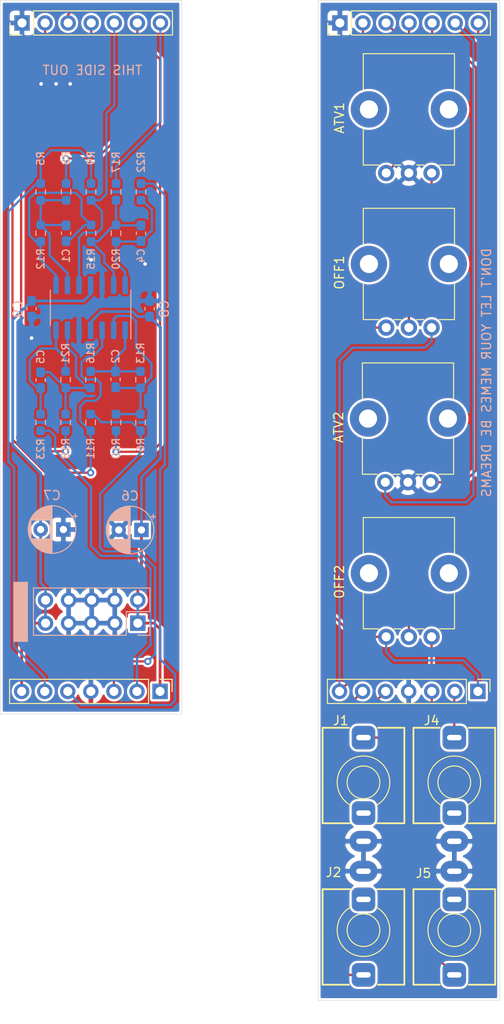
<source format=kicad_pcb>
(kicad_pcb (version 20171130) (host pcbnew "(5.1.10)-1")
  (layers (0 F.Cu signal) (31 B.Cu signal) (34 B.Paste user) (35 F.Paste user) (36 B.SilkS user) (37 F.SilkS user) (38 B.Mask user) (39 F.Mask user) (44 Edge.Cuts user))
  (net 0 "")
  (net 1 "Net-(C1-Pad2)")
  (net 2 "Net-(C1-Pad1)")
  (net 3 "Net-(C2-Pad2)")
  (net 4 "Net-(C2-Pad1)")
  (net 5 "Net-(C4-Pad2)")
  (net 6 "Net-(C4-Pad1)")
  (net 7 "Net-(C5-Pad2)")
  (net 8 "Net-(C5-Pad1)")
  (net 9 "Net-(J1-PadTN)")
  (net 10 "Net-(J2-PadTN)")
  (net 11 "Net-(J4-PadTN)")
  (net 12 "Net-(J5-PadTN)")
  (net 13 ATV1_3_P)
  (net 14 GND_P)
  (net 15 ATV1_1_P)
  (net 16 ATV2_3_P)
  (net 17 ATV2_1_P)
  (net 18 12V_B)
  (net 19 GND_B)
  (net 20 -12V_B)
  (net 21 IN1_T_P)
  (net 22 IN2_T_P)
  (net 23 OFF2_2_B)
  (net 24 ATV2_3_B)
  (net 25 ATV2_1_B)
  (net 26 OFF1_2_B)
  (net 27 ATV1_3_B)
  (net 28 ATV1_1_B)
  (net 29 OUT1_T_P)
  (net 30 OUT2_T_P)
  (net 31 OUT2_T_B)
  (net 32 IN2_T_B)
  (net 33 OUT1_T_B)
  (net 34 IN1_T_B)
  (net 35 OFF1_2_P)
  (net 36 OFF2_2_P)
  (net 37 -12V_P)
  (net 38 12V_P)
  (module Potentiometer_THT:Potentiometer_Alps_RK09K_Single_Vertical (layer F.Cu) (at 77.5 100 90)
    (fp_text reference OFF2 (at 6.05 -10.15 90) (layer F.SilkS))
    (fp_text value 100k)
    (pad "" np_thru_hole circle (at 7 1.9 90) (size 4 4) (drill 2) (layers *.Cu *.Mask))
    (pad "" np_thru_hole circle (at 7 -6.9 90) (size 4 4) (drill 2) (layers *.Cu *.Mask))
    (pad 1 thru_hole circle (at 0 0 90) (size 1.8 1.8) (drill 1) (layers *.Cu *.Mask) (net 37 -12V_P))
    (pad 2 thru_hole circle (at 0 -2.5 90) (size 1.8 1.8) (drill 1) (layers *.Cu *.Mask) (net 36 OFF2_2_P))
    (pad 3 thru_hole circle (at 0 -5 90) (size 1.8 1.8) (drill 1) (layers *.Cu *.Mask) (net 38 12V_P))
  )
  (module Potentiometer_THT:Potentiometer_Alps_RK09K_Single_Vertical (layer F.Cu) (at 77.5 66 90)
    (fp_text reference OFF1 (at 6.05 -10.15 90) (layer F.SilkS))
    (fp_text value 100k)
    (pad "" np_thru_hole circle (at 7 1.9 90) (size 4 4) (drill 2) (layers *.Cu *.Mask))
    (pad "" np_thru_hole circle (at 7 -6.9 90) (size 4 4) (drill 2) (layers *.Cu *.Mask))
    (pad 1 thru_hole circle (at 0 0 90) (size 1.8 1.8) (drill 1) (layers *.Cu *.Mask) (net 37 -12V_P))
    (pad 2 thru_hole circle (at 0 -2.5 90) (size 1.8 1.8) (drill 1) (layers *.Cu *.Mask) (net 35 OFF1_2_P))
    (pad 3 thru_hole circle (at 0 -5 90) (size 1.8 1.8) (drill 1) (layers *.Cu *.Mask) (net 38 12V_P))
  )
  (module Potentiometer_THT:Potentiometer_Alps_RK09K_Single_Vertical (layer F.Cu) (at 77.4 83 90)
    (fp_text reference ATV2 (at 6.05 -10.15 90) (layer F.SilkS))
    (fp_text value 100k)
    (pad "" np_thru_hole circle (at 7 1.9 90) (size 4 4) (drill 2) (layers *.Cu *.Mask))
    (pad "" np_thru_hole circle (at 7 -6.9 90) (size 4 4) (drill 2) (layers *.Cu *.Mask))
    (pad 1 thru_hole circle (at 0 0 90) (size 1.8 1.8) (drill 1) (layers *.Cu *.Mask) (net 17 ATV2_1_P))
    (pad 2 thru_hole circle (at 0 -2.5 90) (size 1.8 1.8) (drill 1) (layers *.Cu *.Mask) (net 14 GND_P))
    (pad 3 thru_hole circle (at 0 -5 90) (size 1.8 1.8) (drill 1) (layers *.Cu *.Mask) (net 16 ATV2_3_P))
  )
  (module Potentiometer_THT:Potentiometer_Alps_RK09K_Single_Vertical (layer F.Cu) (at 77.5 49 90)
    (fp_text reference ATV1 (at 6.05 -10.15 90) (layer F.SilkS))
    (fp_text value 100k)
    (pad "" np_thru_hole circle (at 7 1.9 90) (size 4 4) (drill 2) (layers *.Cu *.Mask))
    (pad "" np_thru_hole circle (at 7 -6.9 90) (size 4 4) (drill 2) (layers *.Cu *.Mask))
    (pad 1 thru_hole circle (at 0 0 90) (size 1.8 1.8) (drill 1) (layers *.Cu *.Mask) (net 15 ATV1_1_P))
    (pad 2 thru_hole circle (at 0 -2.5 90) (size 1.8 1.8) (drill 1) (layers *.Cu *.Mask) (net 14 GND_P))
    (pad 3 thru_hole circle (at 0 -5 90) (size 1.8 1.8) (drill 1) (layers *.Cu *.Mask) (net 13 ATV1_3_P))
  )
  (module Connector_PinHeader_2.54mm:PinHeader_1x07_P2.54mm_Vertical (layer F.Cu) (at 47.6 106 270)
    (fp_text reference J6)
    (fp_text value Conn_01x07_Male)
    (pad 7 thru_hole oval (at 0 15.24 270) (size 1.7 1.7) (drill 1) (layers *.Cu *.Mask) (net 20 -12V_B))
    (pad 6 thru_hole oval (at 0 12.7 270) (size 1.7 1.7) (drill 1) (layers *.Cu *.Mask) (net 32 IN2_T_B))
    (pad 5 thru_hole oval (at 0 10.16 270) (size 1.7 1.7) (drill 1) (layers *.Cu *.Mask) (net 31 OUT2_T_B))
    (pad 4 thru_hole oval (at 0 7.62 270) (size 1.7 1.7) (drill 1) (layers *.Cu *.Mask) (net 19 GND_B))
    (pad 3 thru_hole oval (at 0 5.08 270) (size 1.7 1.7) (drill 1) (layers *.Cu *.Mask) (net 34 IN1_T_B))
    (pad 2 thru_hole oval (at 0 2.54 270) (size 1.7 1.7) (drill 1) (layers *.Cu *.Mask) (net 33 OUT1_T_B))
    (pad 1 thru_hole rect (at 0 0 270) (size 1.7 1.7) (drill 1) (layers *.Cu *.Mask) (net 18 12V_B))
  )
  (module Connector_PinHeader_2.54mm:PinHeader_1x07_P2.54mm_Vertical (layer F.Cu) (at 32.4 32.5 90)
    (fp_text reference J3)
    (fp_text value Conn_01x07_Male)
    (pad 7 thru_hole oval (at 0 15.24 90) (size 1.7 1.7) (drill 1) (layers *.Cu *.Mask) (net 23 OFF2_2_B))
    (pad 6 thru_hole oval (at 0 12.7 90) (size 1.7 1.7) (drill 1) (layers *.Cu *.Mask) (net 24 ATV2_3_B))
    (pad 5 thru_hole oval (at 0 10.16 90) (size 1.7 1.7) (drill 1) (layers *.Cu *.Mask) (net 25 ATV2_1_B))
    (pad 4 thru_hole oval (at 0 7.62 90) (size 1.7 1.7) (drill 1) (layers *.Cu *.Mask) (net 26 OFF1_2_B))
    (pad 3 thru_hole oval (at 0 5.08 90) (size 1.7 1.7) (drill 1) (layers *.Cu *.Mask) (net 27 ATV1_3_B))
    (pad 2 thru_hole oval (at 0 2.54 90) (size 1.7 1.7) (drill 1) (layers *.Cu *.Mask) (net 28 ATV1_1_B))
    (pad 1 thru_hole rect (at 0 0 90) (size 1.7 1.7) (drill 1) (layers *.Cu *.Mask) (net 19 GND_B))
  )
  (module Package_SO:SO-14_3.9x8.65mm_P1.27mm (layer B.Cu) (at 39.95 63.81 90)
    (fp_text reference U1)
    (fp_text value TL074)
    (pad 14 smd roundrect (at 2.475 3.81 90) (size 1.95 0.6) (layers B.Cu B.Paste B.Mask) (net 6 "Net-(C4-Pad1)"))
    (pad 13 smd roundrect (at 2.475 2.54 90) (size 1.95 0.6) (layers B.Cu B.Paste B.Mask) (net 5 "Net-(C4-Pad2)"))
    (pad 12 smd roundrect (at 2.475 1.27 90) (size 1.95 0.6) (layers B.Cu B.Paste B.Mask) (net 19 GND_B))
    (pad 11 smd roundrect (at 2.475 0 90) (size 1.95 0.6) (layers B.Cu B.Paste B.Mask) (net 20 -12V_B))
    (pad 10 smd roundrect (at 2.475 -1.27 90) (size 1.95 0.6) (layers B.Cu B.Paste B.Mask) (net 25 ATV2_1_B))
    (pad 9 smd roundrect (at 2.475 -2.54 90) (size 1.95 0.6) (layers B.Cu B.Paste B.Mask) (net 1 "Net-(C1-Pad2)"))
    (pad 8 smd roundrect (at 2.475 -3.81 90) (size 1.95 0.6) (layers B.Cu B.Paste B.Mask) (net 2 "Net-(C1-Pad1)"))
    (pad 7 smd roundrect (at -2.475 -3.81 90) (size 1.95 0.6) (layers B.Cu B.Paste B.Mask) (net 8 "Net-(C5-Pad1)"))
    (pad 6 smd roundrect (at -2.475 -2.54 90) (size 1.95 0.6) (layers B.Cu B.Paste B.Mask) (net 7 "Net-(C5-Pad2)"))
    (pad 5 smd roundrect (at -2.475 -1.27 90) (size 1.95 0.6) (layers B.Cu B.Paste B.Mask) (net 19 GND_B))
    (pad 4 smd roundrect (at -2.475 0 90) (size 1.95 0.6) (layers B.Cu B.Paste B.Mask) (net 18 12V_B))
    (pad 3 smd roundrect (at -2.475 1.27 90) (size 1.95 0.6) (layers B.Cu B.Paste B.Mask) (net 28 ATV1_1_B))
    (pad 2 smd roundrect (at -2.475 2.54 90) (size 1.95 0.6) (layers B.Cu B.Paste B.Mask) (net 3 "Net-(C2-Pad2)"))
    (pad 1 smd roundrect (at -2.475 3.81 90) (size 1.95 0.6) (layers B.Cu B.Paste B.Mask) (net 4 "Net-(C2-Pad1)"))
  )
  (module Resistor_SMD:R_0603_1608Metric_Pad0.98x0.95mm_HandSolder (layer B.Cu) (at 34.45 76.4225 270)
    (fp_text reference R23 (at 2.9275 0 270) (layer B.SilkS) (effects (font (size 0.8 0.8)) (justify mirror)))
    (fp_text value 1k)
    (pad 2 smd roundrect (at 0.9125 0 270) (size 0.975 0.95) (layers B.Cu B.Paste B.Mask) (net 33 OUT1_T_B))
    (pad 1 smd roundrect (at -0.9125 0 270) (size 0.975 0.95) (layers B.Cu B.Paste B.Mask) (net 8 "Net-(C5-Pad1)"))
  )
  (module Resistor_SMD:R_0603_1608Metric_Pad0.98x0.95mm_HandSolder (layer B.Cu) (at 45.5 51.0725 90)
    (fp_text reference R22 (at 3.2725 0 270) (layer B.SilkS) (effects (font (size 0.8 0.8)) (justify mirror)))
    (fp_text value 1k)
    (pad 2 smd roundrect (at 0.9125 0 90) (size 0.975 0.95) (layers B.Cu B.Paste B.Mask) (net 31 OUT2_T_B))
    (pad 1 smd roundrect (at -0.9125 0 90) (size 0.975 0.95) (layers B.Cu B.Paste B.Mask) (net 6 "Net-(C4-Pad1)"))
  )
  (module Resistor_SMD:R_0603_1608Metric_Pad0.98x0.95mm_HandSolder (layer B.Cu) (at 37.2 71.7225 90)
    (fp_text reference R21 (at 2.8725 0 270) (layer B.SilkS) (effects (font (size 0.8 0.8)) (justify mirror)))
    (fp_text value 10k)
    (pad 2 smd roundrect (at 0.9125 0 90) (size 0.975 0.95) (layers B.Cu B.Paste B.Mask) (net 8 "Net-(C5-Pad1)"))
    (pad 1 smd roundrect (at -0.9125 0 90) (size 0.975 0.95) (layers B.Cu B.Paste B.Mask) (net 7 "Net-(C5-Pad2)"))
  )
  (module Resistor_SMD:R_0603_1608Metric_Pad0.98x0.95mm_HandSolder (layer B.Cu) (at 42.75 55.6225 270)
    (fp_text reference R20 (at 2.8275 0 90) (layer B.SilkS) (effects (font (size 0.8 0.8)) (justify mirror)))
    (fp_text value 10k)
    (pad 2 smd roundrect (at 0.9125 0 270) (size 0.975 0.95) (layers B.Cu B.Paste B.Mask) (net 6 "Net-(C4-Pad1)"))
    (pad 1 smd roundrect (at -0.9125 0 270) (size 0.975 0.95) (layers B.Cu B.Paste B.Mask) (net 5 "Net-(C4-Pad2)"))
  )
  (module Resistor_SMD:R_0603_1608Metric_Pad0.98x0.95mm_HandSolder (layer B.Cu) (at 37.2 76.4225 90)
    (fp_text reference R18 (at -2.8775 0 270) (layer B.SilkS) (effects (font (size 0.8 0.8)) (justify mirror)))
    (fp_text value 10k)
    (pad 2 smd roundrect (at 0.9125 0 90) (size 0.975 0.95) (layers B.Cu B.Paste B.Mask) (net 7 "Net-(C5-Pad2)"))
    (pad 1 smd roundrect (at -0.9125 0 90) (size 0.975 0.95) (layers B.Cu B.Paste B.Mask) (net 26 OFF1_2_B))
  )
  (module Resistor_SMD:R_0603_1608Metric_Pad0.98x0.95mm_HandSolder (layer B.Cu) (at 42.75 51.0725 270)
    (fp_text reference R17 (at -3.2725 0 270) (layer B.SilkS) (effects (font (size 0.8 0.8)) (justify mirror)))
    (fp_text value 10k)
    (pad 2 smd roundrect (at 0.9125 0 270) (size 0.975 0.95) (layers B.Cu B.Paste B.Mask) (net 5 "Net-(C4-Pad2)"))
    (pad 1 smd roundrect (at -0.9125 0 270) (size 0.975 0.95) (layers B.Cu B.Paste B.Mask) (net 23 OFF2_2_B))
  )
  (module Resistor_SMD:R_0603_1608Metric_Pad0.98x0.95mm_HandSolder (layer B.Cu) (at 39.95 71.7225 270)
    (fp_text reference R16 (at -2.9225 0 270) (layer B.SilkS) (effects (font (size 0.8 0.8)) (justify mirror)))
    (fp_text value 10k)
    (pad 2 smd roundrect (at 0.9125 0 270) (size 0.975 0.95) (layers B.Cu B.Paste B.Mask) (net 7 "Net-(C5-Pad2)"))
    (pad 1 smd roundrect (at -0.9125 0 270) (size 0.975 0.95) (layers B.Cu B.Paste B.Mask) (net 4 "Net-(C2-Pad1)"))
  )
  (module Resistor_SMD:R_0603_1608Metric_Pad0.98x0.95mm_HandSolder (layer B.Cu) (at 40 55.6225 270)
    (fp_text reference R15 (at 2.8275 0 270) (layer B.SilkS) (effects (font (size 0.8 0.8)) (justify mirror)))
    (fp_text value 10k)
    (pad 2 smd roundrect (at 0.9125 0 270) (size 0.975 0.95) (layers B.Cu B.Paste B.Mask) (net 5 "Net-(C4-Pad2)"))
    (pad 1 smd roundrect (at -0.9125 0 270) (size 0.975 0.95) (layers B.Cu B.Paste B.Mask) (net 2 "Net-(C1-Pad1)"))
  )
  (module Resistor_SMD:R_0603_1608Metric_Pad0.98x0.95mm_HandSolder (layer B.Cu) (at 45.45 71.7225 90)
    (fp_text reference R13 (at 2.9225 0 270) (layer B.SilkS) (effects (font (size 0.8 0.8)) (justify mirror)))
    (fp_text value 100k)
    (pad 2 smd roundrect (at 0.9125 0 90) (size 0.975 0.95) (layers B.Cu B.Paste B.Mask) (net 4 "Net-(C2-Pad1)"))
    (pad 1 smd roundrect (at -0.9125 0 90) (size 0.975 0.95) (layers B.Cu B.Paste B.Mask) (net 3 "Net-(C2-Pad2)"))
  )
  (module Resistor_SMD:R_0603_1608Metric_Pad0.98x0.95mm_HandSolder (layer B.Cu) (at 34.45 55.6225 270)
    (fp_text reference R12 (at 2.8275 0 270) (layer B.SilkS) (effects (font (size 0.8 0.8)) (justify mirror)))
    (fp_text value 100k)
    (pad 2 smd roundrect (at 0.9125 0 270) (size 0.975 0.95) (layers B.Cu B.Paste B.Mask) (net 2 "Net-(C1-Pad1)"))
    (pad 1 smd roundrect (at -0.9125 0 270) (size 0.975 0.95) (layers B.Cu B.Paste B.Mask) (net 1 "Net-(C1-Pad2)"))
  )
  (module Resistor_SMD:R_0603_1608Metric_Pad0.98x0.95mm_HandSolder (layer B.Cu) (at 39.95 76.4225 270)
    (fp_text reference R11 (at 2.8775 0 270) (layer B.SilkS) (effects (font (size 0.8 0.8)) (justify mirror)))
    (fp_text value 100k)
    (pad 2 smd roundrect (at 0.9125 0 270) (size 0.975 0.95) (layers B.Cu B.Paste B.Mask) (net 28 ATV1_1_B))
    (pad 1 smd roundrect (at -0.9125 0 270) (size 0.975 0.95) (layers B.Cu B.Paste B.Mask) (net 34 IN1_T_B))
  )
  (module Resistor_SMD:R_0603_1608Metric_Pad0.98x0.95mm_HandSolder (layer B.Cu) (at 42.75 76.4225 270)
    (fp_text reference R10 (at 2.8775 0 270) (layer B.SilkS) (effects (font (size 0.8 0.8)) (justify mirror)))
    (fp_text value 47k)
    (pad 2 smd roundrect (at 0.9125 0 270) (size 0.975 0.95) (layers B.Cu B.Paste B.Mask) (net 27 ATV1_3_B))
    (pad 1 smd roundrect (at -0.9125 0 270) (size 0.975 0.95) (layers B.Cu B.Paste B.Mask) (net 3 "Net-(C2-Pad2)"))
  )
  (module Resistor_SMD:R_0603_1608Metric_Pad0.98x0.95mm_HandSolder (layer B.Cu) (at 40 51.0725 270)
    (fp_text reference R9 (at -3.7225 0 270) (layer B.SilkS) (effects (font (size 0.8 0.8)) (justify mirror)))
    (fp_text value 100k)
    (pad 2 smd roundrect (at 0.9125 0 270) (size 0.975 0.95) (layers B.Cu B.Paste B.Mask) (net 25 ATV2_1_B))
    (pad 1 smd roundrect (at -0.9125 0 270) (size 0.975 0.95) (layers B.Cu B.Paste B.Mask) (net 32 IN2_T_B))
  )
  (module Resistor_SMD:R_0603_1608Metric_Pad0.98x0.95mm_HandSolder (layer B.Cu) (at 37.25 51.0725 90)
    (fp_text reference R8 (at 3.7225 0 270) (layer B.SilkS) (effects (font (size 0.8 0.8)) (justify mirror)))
    (fp_text value 47k)
    (pad 2 smd roundrect (at 0.9125 0 90) (size 0.975 0.95) (layers B.Cu B.Paste B.Mask) (net 24 ATV2_3_B))
    (pad 1 smd roundrect (at -0.9125 0 90) (size 0.975 0.95) (layers B.Cu B.Paste B.Mask) (net 1 "Net-(C1-Pad2)"))
  )
  (module Resistor_SMD:R_0603_1608Metric_Pad0.98x0.95mm_HandSolder (layer B.Cu) (at 45.45 76.4225 90)
    (fp_text reference R6 (at -2.4775 0 270) (layer B.SilkS) (effects (font (size 0.8 0.8)) (justify mirror)))
    (fp_text value 100k)
    (pad 2 smd roundrect (at 0.9125 0 90) (size 0.975 0.95) (layers B.Cu B.Paste B.Mask) (net 3 "Net-(C2-Pad2)"))
    (pad 1 smd roundrect (at -0.9125 0 90) (size 0.975 0.95) (layers B.Cu B.Paste B.Mask) (net 34 IN1_T_B))
  )
  (module Resistor_SMD:R_0603_1608Metric_Pad0.98x0.95mm_HandSolder (layer B.Cu) (at 34.45 51.0725 270)
    (fp_text reference R5 (at -3.6725 0 270) (layer B.SilkS) (effects (font (size 0.8 0.8)) (justify mirror)))
    (fp_text value 100k)
    (pad 2 smd roundrect (at 0.9125 0 270) (size 0.975 0.95) (layers B.Cu B.Paste B.Mask) (net 1 "Net-(C1-Pad2)"))
    (pad 1 smd roundrect (at -0.9125 0 270) (size 0.975 0.95) (layers B.Cu B.Paste B.Mask) (net 32 IN2_T_B))
  )
  (module Connector_PinHeader_2.54mm:PinHeader_2x05_P2.54mm_Vertical (layer B.Cu) (at 45.15 98.5 90)
    (fp_text reference J7)
    (fp_text value PWR)
    (pad 10 thru_hole oval (at 2.54 -10.16 90) (size 1.7 1.7) (drill 1) (layers *.Cu *.Mask) (net 20 -12V_B))
    (pad 9 thru_hole oval (at 0 -10.16 90) (size 1.7 1.7) (drill 1) (layers *.Cu *.Mask) (net 20 -12V_B))
    (pad 8 thru_hole oval (at 2.54 -7.62 90) (size 1.7 1.7) (drill 1) (layers *.Cu *.Mask) (net 19 GND_B))
    (pad 7 thru_hole oval (at 0 -7.62 90) (size 1.7 1.7) (drill 1) (layers *.Cu *.Mask) (net 19 GND_B))
    (pad 6 thru_hole oval (at 2.54 -5.08 90) (size 1.7 1.7) (drill 1) (layers *.Cu *.Mask) (net 19 GND_B))
    (pad 5 thru_hole oval (at 0 -5.08 90) (size 1.7 1.7) (drill 1) (layers *.Cu *.Mask) (net 19 GND_B))
    (pad 4 thru_hole oval (at 2.54 -2.54 90) (size 1.7 1.7) (drill 1) (layers *.Cu *.Mask) (net 19 GND_B))
    (pad 3 thru_hole oval (at 0 -2.54 90) (size 1.7 1.7) (drill 1) (layers *.Cu *.Mask) (net 19 GND_B))
    (pad 2 thru_hole oval (at 2.54 0 90) (size 1.7 1.7) (drill 1) (layers *.Cu *.Mask) (net 18 12V_B))
    (pad 1 thru_hole rect (at 0 0 90) (size 1.7 1.7) (drill 1) (layers *.Cu *.Mask) (net 18 12V_B))
  )
  (module Capacitor_SMD:C_0603_1608Metric_Pad1.08x0.95mm_HandSolder (layer B.Cu) (at 33.45 63.9225 90)
    (fp_text reference C9 (at -0.0275 -1.5 270) (layer B.SilkS) (effects (justify mirror)))
    (fp_text value 100n)
    (pad 2 smd roundrect (at 0.8625 0 90) (size 1.075 0.95) (layers B.Cu B.Paste B.Mask) (net 20 -12V_B))
    (pad 1 smd roundrect (at -0.8625 0 90) (size 1.075 0.95) (layers B.Cu B.Paste B.Mask) (net 19 GND_B))
  )
  (module Capacitor_SMD:C_0603_1608Metric_Pad1.08x0.95mm_HandSolder (layer B.Cu) (at 46.45 63.9225 90)
    (fp_text reference C8 (at 0 1.6 270) (layer B.SilkS) (effects (justify mirror)))
    (fp_text value 100n)
    (pad 2 smd roundrect (at 0.8625 0 90) (size 1.075 0.95) (layers B.Cu B.Paste B.Mask) (net 19 GND_B))
    (pad 1 smd roundrect (at -0.8625 0 90) (size 1.075 0.95) (layers B.Cu B.Paste B.Mask) (net 18 12V_B))
  )
  (module Capacitor_SMD:C_0603_1608Metric_Pad1.08x0.95mm_HandSolder (layer B.Cu) (at 34.45 71.7725 90)
    (fp_text reference C5 (at 2.5725 0 270) (layer B.SilkS) (effects (font (size 0.8 0.8)) (justify mirror)))
    (fp_text value 10pF)
    (pad 2 smd roundrect (at 0.8625 0 90) (size 1.075 0.95) (layers B.Cu B.Paste B.Mask) (net 7 "Net-(C5-Pad2)"))
    (pad 1 smd roundrect (at -0.8625 0 90) (size 1.075 0.95) (layers B.Cu B.Paste B.Mask) (net 8 "Net-(C5-Pad1)"))
  )
  (module Capacitor_SMD:C_0603_1608Metric_Pad1.08x0.95mm_HandSolder (layer B.Cu) (at 45.5 55.6225 90)
    (fp_text reference C4 (at -2.4775 0 270) (layer B.SilkS) (effects (font (size 0.8 0.8)) (justify mirror)))
    (fp_text value 10pF)
    (pad 2 smd roundrect (at 0.8625 0 90) (size 1.075 0.95) (layers B.Cu B.Paste B.Mask) (net 5 "Net-(C4-Pad2)"))
    (pad 1 smd roundrect (at -0.8625 0 90) (size 1.075 0.95) (layers B.Cu B.Paste B.Mask) (net 6 "Net-(C4-Pad1)"))
  )
  (module Capacitor_SMD:C_0603_1608Metric_Pad1.08x0.95mm_HandSolder (layer B.Cu) (at 42.7 71.6975 270)
    (fp_text reference C2 (at -2.5475 0 270) (layer B.SilkS) (effects (font (size 0.8 0.8)) (justify mirror)))
    (fp_text value 10pF)
    (pad 2 smd roundrect (at 0.8625 0 270) (size 1.075 0.95) (layers B.Cu B.Paste B.Mask) (net 3 "Net-(C2-Pad2)"))
    (pad 1 smd roundrect (at -0.8625 0 270) (size 1.075 0.95) (layers B.Cu B.Paste B.Mask) (net 4 "Net-(C2-Pad1)"))
  )
  (module Capacitor_SMD:C_0603_1608Metric_Pad1.08x0.95mm_HandSolder (layer B.Cu) (at 37.25 55.6225 90)
    (fp_text reference C1 (at -2.4775 0 270) (layer B.SilkS) (effects (font (size 0.8 0.8)) (justify mirror)))
    (fp_text value 10pF)
    (pad 2 smd roundrect (at 0.8625 0 90) (size 1.075 0.95) (layers B.Cu B.Paste B.Mask) (net 1 "Net-(C1-Pad2)"))
    (pad 1 smd roundrect (at -0.8625 0 90) (size 1.075 0.95) (layers B.Cu B.Paste B.Mask) (net 2 "Net-(C1-Pad1)"))
  )
  (module Capacitor_THT:CP_Radial_D5.0mm_P2.50mm (layer B.Cu) (at 45.55 88.25 180)
    (fp_text reference C6 (at 1.25 3.75) (layer B.SilkS) (effects (justify mirror)))
    (fp_text value 10uF)
    (pad 1 thru_hole rect (at 0 0 180) (size 1.6 1.6) (drill 0.8) (layers *.Cu *.Mask) (net 18 12V_B))
    (pad 2 thru_hole circle (at 2.5 0 180) (size 1.6 1.6) (drill 0.8) (layers *.Cu *.Mask) (net 19 GND_B))
  )
  (module Capacitor_THT:CP_Radial_D5.0mm_P2.50mm (layer B.Cu) (at 36.95 88.2 180)
    (fp_text reference C7 (at 1.25 3.75) (layer B.SilkS) (effects (justify mirror)))
    (fp_text value 10uF)
    (pad 2 thru_hole circle (at 2.5 0 180) (size 1.6 1.6) (drill 0.8) (layers *.Cu *.Mask) (net 20 -12V_B))
    (pad 1 thru_hole rect (at 0 0 180) (size 1.6 1.6) (drill 0.8) (layers *.Cu *.Mask) (net 19 GND_B))
  )
  (module "Thonk Jacks:Jack_3.5mm_QingPu_WQP-PJ398SM_Vertical" (layer F.Cu) (at 70 116)
    (fp_text reference J1 (at -2.5 -6.8) (layer F.SilkS))
    (fp_text value IN1)
    (pad TN thru_hole roundrect (at 0 3.38) (size 2.6 2.6) (drill oval 1.6 0.6) (layers *.Cu *.Mask) (net 9 "Net-(J1-PadTN)"))
    (pad S thru_hole oval (at 0 6.48) (size 3.1 2.3) (drill oval 1.6 0.6) (layers *.Cu *.Mask) (net 14 GND_P))
    (pad T thru_hole roundrect (at 0 -4.92) (size 2.6 2.6) (drill oval 1.6 0.6) (layers *.Cu *.Mask) (net 21 IN1_T_P))
  )
  (module "Thonk Jacks:Jack_3.5mm_QingPu_WQP-PJ398SM_Vertical" (layer F.Cu) (at 70 132.25 180)
    (fp_text reference J2 (at 3.3 6.35) (layer F.SilkS))
    (fp_text value IN2)
    (pad T thru_hole roundrect (at 0 -4.92 180) (size 2.6 2.6) (drill oval 1.6 0.6) (layers *.Cu *.Mask) (net 22 IN2_T_P))
    (pad S thru_hole oval (at 0 6.48 180) (size 3.1 2.3) (drill oval 1.6 0.6) (layers *.Cu *.Mask) (net 14 GND_P))
    (pad TN thru_hole roundrect (at 0 3.38 180) (size 2.6 2.6) (drill oval 1.6 0.6) (layers *.Cu *.Mask) (net 10 "Net-(J2-PadTN)"))
  )
  (module "Thonk Jacks:Jack_3.5mm_QingPu_WQP-PJ398SM_Vertical" (layer F.Cu) (at 80 116)
    (fp_text reference J4 (at -2.5 -6.8) (layer F.SilkS))
    (fp_text value OUT1)
    (pad TN thru_hole roundrect (at 0 3.38) (size 2.6 2.6) (drill oval 1.6 0.6) (layers *.Cu *.Mask) (net 11 "Net-(J4-PadTN)"))
    (pad S thru_hole oval (at 0 6.48) (size 3.1 2.3) (drill oval 1.6 0.6) (layers *.Cu *.Mask) (net 14 GND_P))
    (pad T thru_hole roundrect (at 0 -4.92) (size 2.6 2.6) (drill oval 1.6 0.6) (layers *.Cu *.Mask) (net 29 OUT1_T_P))
  )
  (module "Thonk Jacks:Jack_3.5mm_QingPu_WQP-PJ398SM_Vertical" (layer F.Cu) (at 80 132.25 180)
    (fp_text reference J5 (at 3.4 6.25) (layer F.SilkS))
    (fp_text value OUT2)
    (pad T thru_hole roundrect (at 0 -4.92 180) (size 2.6 2.6) (drill oval 1.6 0.6) (layers *.Cu *.Mask) (net 30 OUT2_T_P))
    (pad S thru_hole oval (at 0 6.48 180) (size 3.1 2.3) (drill oval 1.6 0.6) (layers *.Cu *.Mask) (net 14 GND_P))
    (pad TN thru_hole roundrect (at 0 3.38 180) (size 2.6 2.6) (drill oval 1.6 0.6) (layers *.Cu *.Mask) (net 12 "Net-(J5-PadTN)"))
  )
  (module Connector_PinHeader_2.54mm:PinHeader_1x07_P2.54mm_Vertical (layer F.Cu) (at 67.4 32.5 90)
    (fp_text reference J8)
    (fp_text value Conn_01x07_Female)
    (pad 1 thru_hole rect (at 0 0 90) (size 1.7 1.7) (drill 1) (layers *.Cu *.Mask) (net 14 GND_P))
    (pad 2 thru_hole oval (at 0 2.54 90) (size 1.7 1.7) (drill 1) (layers *.Cu *.Mask) (net 15 ATV1_1_P))
    (pad 3 thru_hole oval (at 0 5.08 90) (size 1.7 1.7) (drill 1) (layers *.Cu *.Mask) (net 13 ATV1_3_P))
    (pad 4 thru_hole oval (at 0 7.62 90) (size 1.7 1.7) (drill 1) (layers *.Cu *.Mask) (net 35 OFF1_2_P))
    (pad 5 thru_hole oval (at 0 10.16 90) (size 1.7 1.7) (drill 1) (layers *.Cu *.Mask) (net 17 ATV2_1_P))
    (pad 6 thru_hole oval (at 0 12.7 90) (size 1.7 1.7) (drill 1) (layers *.Cu *.Mask) (net 16 ATV2_3_P))
    (pad 7 thru_hole oval (at 0 15.24 90) (size 1.7 1.7) (drill 1) (layers *.Cu *.Mask) (net 36 OFF2_2_P))
  )
  (module Connector_PinHeader_2.54mm:PinHeader_1x07_P2.54mm_Vertical (layer F.Cu) (at 82.6 106 270)
    (fp_text reference J9)
    (fp_text value Conn_01x07_Female)
    (pad 7 thru_hole oval (at 0 15.24 270) (size 1.7 1.7) (drill 1) (layers *.Cu *.Mask) (net 37 -12V_P))
    (pad 6 thru_hole oval (at 0 12.7 270) (size 1.7 1.7) (drill 1) (layers *.Cu *.Mask) (net 22 IN2_T_P))
    (pad 5 thru_hole oval (at 0 10.16 270) (size 1.7 1.7) (drill 1) (layers *.Cu *.Mask) (net 30 OUT2_T_P))
    (pad 4 thru_hole oval (at 0 7.62 270) (size 1.7 1.7) (drill 1) (layers *.Cu *.Mask) (net 14 GND_P))
    (pad 3 thru_hole oval (at 0 5.08 270) (size 1.7 1.7) (drill 1) (layers *.Cu *.Mask) (net 21 IN1_T_P))
    (pad 2 thru_hole oval (at 0 2.54 270) (size 1.7 1.7) (drill 1) (layers *.Cu *.Mask) (net 29 OUT1_T_P))
    (pad 1 thru_hole rect (at 0 0 270) (size 1.7 1.7) (drill 1) (layers *.Cu *.Mask) (net 38 12V_P))
  )
  (gr_text "DON'T LET YOUR MEMES BE DREAMS" (at 83.55 70.95 90) (layer B.SilkS) (effects (font (size 1 1)) (justify mirror)))
  (gr_text "THIS SIDE OUT" (at 40.15 37.7) (layer B.SilkS) (effects (font (size 1 1)) (justify mirror)))
  (gr_poly (pts (xy 33 100.5) (xy 31.5 100.5) (xy 31.5 94) (xy 33 94)) (layer B.SilkS) (width 0.1))
  (gr_line (start 65 140) (end 65 30) (layer Edge.Cuts) (width 0.05))
  (gr_line (start 85 140) (end 65 140) (layer Edge.Cuts) (width 0.05))
  (gr_line (start 85 30) (end 85 140) (layer Edge.Cuts) (width 0.05))
  (gr_line (start 65 30) (end 85 30) (layer Edge.Cuts) (width 0.05))
  (gr_line (start 30 108.5) (end 30 30) (layer Edge.Cuts) (width 0.05))
  (gr_line (start 50 108.5) (end 30 108.5) (layer Edge.Cuts) (width 0.05))
  (gr_line (start 50 30) (end 50 108.5) (layer Edge.Cuts) (width 0.05))
  (gr_line (start 30 30) (end 50 30) (layer Edge.Cuts) (width 0.05))
  (segment (start 34.45 51.985) (end 34.025 51.985) (width 0.25) (layer B.Cu) (net 1))
  (segment (start 37.25 61.175) (end 37.41 61.335) (width 0.25) (layer B.Cu) (net 1))
  (segment (start 34.45 54.71) (end 34.45 51.985) (width 0.25) (layer B.Cu) (net 1))
  (segment (start 37.3 54.71) (end 37.25 54.76) (width 0.25) (layer B.Cu) (net 1))
  (segment (start 37.2 54.71) (end 37.25 54.76) (width 0.25) (layer B.Cu) (net 1))
  (segment (start 34.45 54.71) (end 37.2 54.71) (width 0.25) (layer B.Cu) (net 1))
  (segment (start 37.41 61.335) (end 37.41 60.02) (width 0.25) (layer B.Cu) (net 1))
  (segment (start 37.41 60.02) (end 35.45 58.06) (width 0.25) (layer B.Cu) (net 1))
  (segment (start 35.45 55.71) (end 34.45 54.71) (width 0.25) (layer B.Cu) (net 1))
  (segment (start 35.45 58.06) (end 35.45 55.71) (width 0.25) (layer B.Cu) (net 1))
  (segment (start 37.25 51.985) (end 35.125 51.985) (width 0.25) (layer B.Cu) (net 1))
  (segment (start 35.125 51.985) (end 34.45 51.985) (width 0.25) (layer B.Cu) (net 1))
  (segment (start 35.275 51.985) (end 35.125 51.985) (width 0.25) (layer B.Cu) (net 1))
  (segment (start 36.14 61.335) (end 36.14 60.25) (width 0.25) (layer B.Cu) (net 2))
  (segment (start 36.14 60.25) (end 34.45 58.56) (width 0.25) (layer B.Cu) (net 2))
  (segment (start 34.45 56.535) (end 34.45 58.56) (width 0.25) (layer B.Cu) (net 2))
  (segment (start 40 54.71) (end 39.3 54.71) (width 0.25) (layer B.Cu) (net 2))
  (segment (start 37.525 56.485) (end 37.25 56.485) (width 0.25) (layer B.Cu) (net 2))
  (segment (start 39.3 54.71) (end 37.525 56.485) (width 0.25) (layer B.Cu) (net 2))
  (segment (start 34.45 56.535) (end 33.925 56.535) (width 0.25) (layer B.Cu) (net 2))
  (segment (start 33.925 56.535) (end 33.2 55.81) (width 0.25) (layer B.Cu) (net 2))
  (segment (start 33.2 55.81) (end 33.2 51.81) (width 0.25) (layer B.Cu) (net 2))
  (segment (start 33.83751 51.17249) (end 38.31249 51.17249) (width 0.25) (layer B.Cu) (net 2))
  (segment (start 33.2 51.81) (end 33.83751 51.17249) (width 0.25) (layer B.Cu) (net 2))
  (segment (start 38.31249 51.17249) (end 38.95 51.81) (width 0.25) (layer B.Cu) (net 2))
  (segment (start 38.95 53.66) (end 40 54.71) (width 0.25) (layer B.Cu) (net 2))
  (segment (start 38.95 51.81) (end 38.95 53.66) (width 0.25) (layer B.Cu) (net 2))
  (segment (start 42.775 72.635) (end 42.7 72.56) (width 0.25) (layer B.Cu) (net 3))
  (segment (start 45.45 72.635) (end 42.775 72.635) (width 0.25) (layer B.Cu) (net 3))
  (segment (start 45.45 75.51) (end 45.45 72.635) (width 0.25) (layer B.Cu) (net 3))
  (segment (start 42.49 66.285) (end 42.49 65.07) (width 0.25) (layer B.Cu) (net 3))
  (segment (start 42.49 65.07) (end 42.85 64.71) (width 0.25) (layer B.Cu) (net 3))
  (segment (start 42.85 64.71) (end 44.35 64.71) (width 0.25) (layer B.Cu) (net 3))
  (segment (start 44.35 64.71) (end 44.95 65.31) (width 0.25) (layer B.Cu) (net 3))
  (segment (start 44.95 65.31) (end 44.95 68.21) (width 0.25) (layer B.Cu) (net 3))
  (segment (start 44.95 68.21) (end 46.65 69.91) (width 0.25) (layer B.Cu) (net 3))
  (segment (start 46.65 71.435) (end 45.45 72.635) (width 0.25) (layer B.Cu) (net 3))
  (segment (start 46.65 69.91) (end 46.65 71.435) (width 0.25) (layer B.Cu) (net 3))
  (segment (start 42.75 75.51) (end 45.45 75.51) (width 0.25) (layer B.Cu) (net 3))
  (segment (start 43.76 66.285) (end 43.76 68.3) (width 0.25) (layer B.Cu) (net 4))
  (segment (start 42.7 69.36) (end 42.7 70.835) (width 0.25) (layer B.Cu) (net 4))
  (segment (start 43.76 68.3) (end 42.7 69.36) (width 0.25) (layer B.Cu) (net 4))
  (segment (start 42.725 70.81) (end 42.7 70.835) (width 0.25) (layer B.Cu) (net 4))
  (segment (start 45.45 70.81) (end 42.725 70.81) (width 0.25) (layer B.Cu) (net 4))
  (segment (start 42.675 70.81) (end 42.7 70.835) (width 0.25) (layer B.Cu) (net 4))
  (segment (start 39.95 70.81) (end 42.675 70.81) (width 0.25) (layer B.Cu) (net 4))
  (segment (start 42.8 54.76) (end 42.75 54.71) (width 0.25) (layer B.Cu) (net 5))
  (segment (start 45.5 54.76) (end 42.8 54.76) (width 0.25) (layer B.Cu) (net 5))
  (segment (start 42.75 51.985) (end 42.75 54.71) (width 0.25) (layer B.Cu) (net 5))
  (segment (start 42.75 54.71) (end 42.55 54.71) (width 0.25) (layer B.Cu) (net 5))
  (segment (start 40.725 56.535) (end 40 56.535) (width 0.25) (layer B.Cu) (net 5))
  (segment (start 42.55 54.71) (end 40.725 56.535) (width 0.25) (layer B.Cu) (net 5))
  (segment (start 42.49 61.335) (end 42.49 59.85) (width 0.25) (layer B.Cu) (net 5))
  (segment (start 42.49 59.85) (end 41.45 58.81) (width 0.25) (layer B.Cu) (net 5))
  (segment (start 41.45 57.985) (end 40 56.535) (width 0.25) (layer B.Cu) (net 5))
  (segment (start 41.45 58.81) (end 41.45 57.985) (width 0.25) (layer B.Cu) (net 5))
  (segment (start 43.76 61.335) (end 43.76 59.87) (width 0.25) (layer B.Cu) (net 6))
  (segment (start 42.75 58.86) (end 42.75 56.535) (width 0.25) (layer B.Cu) (net 6))
  (segment (start 43.76 59.87) (end 42.75 58.86) (width 0.25) (layer B.Cu) (net 6))
  (segment (start 45.45 56.535) (end 45.5 56.485) (width 0.25) (layer B.Cu) (net 6))
  (segment (start 42.75 56.535) (end 45.45 56.535) (width 0.25) (layer B.Cu) (net 6))
  (segment (start 45.5 51.985) (end 45.625 51.985) (width 0.25) (layer B.Cu) (net 6))
  (segment (start 45.625 51.985) (end 46.7 53.06) (width 0.25) (layer B.Cu) (net 6))
  (segment (start 46.7 55.285) (end 45.5 56.485) (width 0.25) (layer B.Cu) (net 6))
  (segment (start 46.7 53.06) (end 46.7 55.285) (width 0.25) (layer B.Cu) (net 6))
  (segment (start 39.95 72.635) (end 37.2 72.635) (width 0.25) (layer B.Cu) (net 7))
  (segment (start 35.475 70.91) (end 37.2 72.635) (width 0.25) (layer B.Cu) (net 7))
  (segment (start 34.45 70.91) (end 35.475 70.91) (width 0.25) (layer B.Cu) (net 7))
  (segment (start 37.2 72.635) (end 37.2 75.51) (width 0.25) (layer B.Cu) (net 7))
  (segment (start 37.41 66.285) (end 37.41 68.17) (width 0.25) (layer B.Cu) (net 7))
  (segment (start 37.41 68.17) (end 38.35 69.11) (width 0.25) (layer B.Cu) (net 7))
  (segment (start 39.63859 72.635) (end 39.95 72.635) (width 0.25) (layer B.Cu) (net 7))
  (segment (start 38.35 71.34641) (end 39.63859 72.635) (width 0.25) (layer B.Cu) (net 7))
  (segment (start 38.35 69.11) (end 38.35 71.34641) (width 0.25) (layer B.Cu) (net 7))
  (segment (start 36.14 66.285) (end 36.14 68.3) (width 0.25) (layer B.Cu) (net 8))
  (segment (start 37.2 69.36) (end 37.2 70.81) (width 0.25) (layer B.Cu) (net 8))
  (segment (start 36.14 68.3) (end 37.2 69.36) (width 0.25) (layer B.Cu) (net 8))
  (segment (start 34.45 72.635) (end 34.45 75.51) (width 0.25) (layer B.Cu) (net 8))
  (segment (start 34.45 72.635) (end 34.075 72.635) (width 0.25) (layer B.Cu) (net 8))
  (segment (start 34.075 72.635) (end 33.25 71.81) (width 0.25) (layer B.Cu) (net 8))
  (segment (start 33.25 71.81) (end 33.25 69.51) (width 0.25) (layer B.Cu) (net 8))
  (segment (start 34.46 68.3) (end 36.14 68.3) (width 0.25) (layer B.Cu) (net 8))
  (segment (start 33.25 69.51) (end 34.46 68.3) (width 0.25) (layer B.Cu) (net 8))
  (segment (start 70 119.38) (end 70.6575 119.38) (width 0.25) (layer B.Cu) (net 9))
  (segment (start 72.5 32.52) (end 72.48 32.5) (width 0.25) (layer F.Cu) (net 13))
  (segment (start 72.5 49) (end 73.5 48) (width 0.25) (layer F.Cu) (net 13))
  (segment (start 73.5 33.52) (end 72.48 32.5) (width 0.25) (layer F.Cu) (net 13))
  (segment (start 73.5 48) (end 73.5 33.52) (width 0.25) (layer F.Cu) (net 13))
  (segment (start 77.5 49) (end 77.5 50.8) (width 0.25) (layer F.Cu) (net 15))
  (segment (start 77.5 50.8) (end 77 51.3) (width 0.25) (layer F.Cu) (net 15))
  (segment (start 77 51.3) (end 68.6 51.3) (width 0.25) (layer F.Cu) (net 15))
  (segment (start 68.6 51.3) (end 68 50.7) (width 0.25) (layer F.Cu) (net 15))
  (segment (start 68 50.7) (end 68 36.5) (width 0.25) (layer F.Cu) (net 15))
  (segment (start 69.94 34.56) (end 69.94 32.5) (width 0.25) (layer F.Cu) (net 15))
  (segment (start 68 36.5) (end 69.94 34.56) (width 0.25) (layer F.Cu) (net 15))
  (segment (start 72.4 83) (end 72.4 84.5) (width 0.25) (layer B.Cu) (net 16))
  (segment (start 72.4 84.5) (end 73.1 85.2) (width 0.25) (layer B.Cu) (net 16))
  (segment (start 73.1 85.2) (end 81.3 85.2) (width 0.25) (layer B.Cu) (net 16))
  (segment (start 81.3 85.2) (end 82.1 84.4) (width 0.25) (layer B.Cu) (net 16))
  (segment (start 82.1 34.5) (end 80.1 32.5) (width 0.25) (layer B.Cu) (net 16))
  (segment (start 82.1 84.4) (end 82.1 34.5) (width 0.25) (layer B.Cu) (net 16))
  (segment (start 77.4 83) (end 80.8 83) (width 0.25) (layer F.Cu) (net 17))
  (segment (start 80.9 82.9) (end 81.2 82.9) (width 0.25) (layer F.Cu) (net 17))
  (segment (start 80.8 83) (end 80.9 82.9) (width 0.25) (layer F.Cu) (net 17))
  (segment (start 81.2 82.9) (end 82.4 81.7) (width 0.25) (layer F.Cu) (net 17))
  (segment (start 82.4 81.7) (end 82.4 37.4) (width 0.25) (layer F.Cu) (net 17))
  (segment (start 82.4 37.4) (end 80.6 35.6) (width 0.25) (layer F.Cu) (net 17))
  (segment (start 80.6 35.6) (end 78.8 35.6) (width 0.25) (layer F.Cu) (net 17))
  (segment (start 77.56 34.36) (end 77.56 32.5) (width 0.25) (layer F.Cu) (net 17))
  (segment (start 78.8 35.6) (end 77.56 34.36) (width 0.25) (layer F.Cu) (net 17))
  (segment (start 46.45 64.785) (end 45.096764 64.785) (width 0.3) (layer B.Cu) (net 18))
  (segment (start 44.546755 64.23499) (end 41.12501 64.23499) (width 0.3) (layer B.Cu) (net 18))
  (segment (start 45.096764 64.785) (end 44.546755 64.23499) (width 0.3) (layer B.Cu) (net 18))
  (segment (start 39.95 65.41) (end 39.95 66.285) (width 0.3) (layer B.Cu) (net 18))
  (segment (start 41.12501 64.23499) (end 39.95 65.41) (width 0.3) (layer B.Cu) (net 18))
  (segment (start 45.55 88.25) (end 45.55 82.45) (width 0.3) (layer B.Cu) (net 18))
  (segment (start 45.55 82.45) (end 47.65 80.35) (width 0.3) (layer B.Cu) (net 18))
  (segment (start 47.65 65.985) (end 46.45 64.785) (width 0.3) (layer B.Cu) (net 18))
  (segment (start 47.65 80.35) (end 47.65 65.985) (width 0.3) (layer B.Cu) (net 18))
  (segment (start 45.15 95.96) (end 45.15 94.55) (width 0.3) (layer F.Cu) (net 18))
  (segment (start 45.55 94.15) (end 45.55 88.25) (width 0.3) (layer F.Cu) (net 18))
  (segment (start 45.15 94.55) (end 45.55 94.15) (width 0.3) (layer F.Cu) (net 18))
  (segment (start 47.6 106) (end 47.6 99.15) (width 0.3) (layer F.Cu) (net 18))
  (segment (start 46.95 98.5) (end 45.15 98.5) (width 0.3) (layer F.Cu) (net 18))
  (segment (start 47.6 99.15) (end 46.95 98.5) (width 0.3) (layer F.Cu) (net 18))
  (segment (start 45.15 95.96) (end 45.15 98.5) (width 0.3) (layer B.Cu) (net 18))
  (via (at 34.5 39.2) (size 0.8) (drill 0.4) (layers F.Cu B.Cu) (net 19))
  (via (at 36.15 39.2) (size 0.8) (drill 0.4) (layers F.Cu B.Cu) (net 19))
  (via (at 37.7 39.2) (size 0.8) (drill 0.4) (layers F.Cu B.Cu) (net 19))
  (via (at 40 58.55) (size 0.8) (drill 0.4) (layers F.Cu B.Cu) (net 19))
  (via (at 45.95 59) (size 0.8) (drill 0.4) (layers F.Cu B.Cu) (net 19))
  (via (at 33.45 67.15) (size 0.8) (drill 0.4) (layers F.Cu B.Cu) (net 19))
  (segment (start 39.95 62.31) (end 39.95 61.335) (width 0.3) (layer B.Cu) (net 20))
  (segment (start 39.2 63.06) (end 39.95 62.31) (width 0.3) (layer B.Cu) (net 20))
  (segment (start 33.45 63.06) (end 39.2 63.06) (width 0.3) (layer B.Cu) (net 20))
  (segment (start 32 64.51) (end 33.45 63.06) (width 0.3) (layer B.Cu) (net 20))
  (segment (start 34.99 95.96) (end 34.99 94.64) (width 0.3) (layer B.Cu) (net 20))
  (segment (start 34.45 94.1) (end 34.45 88.2) (width 0.3) (layer B.Cu) (net 20))
  (segment (start 34.99 94.64) (end 34.45 94.1) (width 0.3) (layer B.Cu) (net 20))
  (segment (start 32.36 106) (end 32.36 99.19) (width 0.3) (layer F.Cu) (net 20))
  (segment (start 33.05 98.5) (end 34.99 98.5) (width 0.3) (layer F.Cu) (net 20))
  (segment (start 32.36 99.19) (end 33.05 98.5) (width 0.3) (layer F.Cu) (net 20))
  (segment (start 34.99 98.5) (end 34.99 95.96) (width 0.3) (layer B.Cu) (net 20))
  (segment (start 31.37501 65.13499) (end 32 64.51) (width 0.3) (layer B.Cu) (net 20))
  (segment (start 31.37501 78.92501) (end 31.37501 78.82499) (width 0.3) (layer B.Cu) (net 20))
  (segment (start 34.45 82) (end 31.37501 78.92501) (width 0.3) (layer B.Cu) (net 20))
  (segment (start 34.45 88.2) (end 34.45 82) (width 0.3) (layer B.Cu) (net 20))
  (segment (start 31.37501 78.82499) (end 31.37501 65.13499) (width 0.3) (layer B.Cu) (net 20))
  (segment (start 70 111.08) (end 76.52 111.08) (width 0.25) (layer F.Cu) (net 21))
  (segment (start 77.52 110.08) (end 77.52 106) (width 0.25) (layer F.Cu) (net 21))
  (segment (start 76.52 111.08) (end 77.52 110.08) (width 0.25) (layer F.Cu) (net 21))
  (segment (start 70 137.17) (end 67.67 137.17) (width 0.25) (layer F.Cu) (net 22))
  (segment (start 66.85 109.05) (end 67 108.9) (width 0.25) (layer F.Cu) (net 22))
  (segment (start 66.85 136.35) (end 66.85 109.05) (width 0.25) (layer F.Cu) (net 22))
  (segment (start 67 108.9) (end 69.9 106) (width 0.25) (layer F.Cu) (net 22))
  (segment (start 67.67 137.17) (end 66.85 136.35) (width 0.25) (layer F.Cu) (net 22))
  (segment (start 42.75 50.16) (end 42.75 48.3) (width 0.25) (layer B.Cu) (net 23))
  (segment (start 47.64 43.41) (end 47.64 32.5) (width 0.25) (layer B.Cu) (net 23))
  (segment (start 42.75 48.3) (end 47.64 43.41) (width 0.25) (layer B.Cu) (net 23))
  (segment (start 37.25 50.16) (end 37.1 50.16) (width 0.25) (layer B.Cu) (net 24))
  (segment (start 37.25 50.16) (end 37.25 48.2) (width 0.25) (layer B.Cu) (net 24))
  (segment (start 37.25 48.2) (end 37.25 48.2) (width 0.25) (layer B.Cu) (net 24))
  (via (at 37.25 47.4) (size 0.8) (drill 0.4) (layers F.Cu B.Cu) (net 24))
  (segment (start 37.25 48.2) (end 37.25 47.4) (width 0.25) (layer B.Cu) (net 24))
  (segment (start 37.25 47.4) (end 40.65 47.4) (width 0.25) (layer F.Cu) (net 24))
  (segment (start 45.1 42.95) (end 45.1 32.5) (width 0.25) (layer F.Cu) (net 24))
  (segment (start 40.65 47.4) (end 45.1 42.95) (width 0.25) (layer F.Cu) (net 24))
  (segment (start 38.68 61.335) (end 38.68 56.08) (width 0.25) (layer B.Cu) (net 25))
  (segment (start 38.68 56.08) (end 39.2 55.56) (width 0.25) (layer B.Cu) (net 25))
  (segment (start 39.2 55.56) (end 40.7 55.56) (width 0.25) (layer B.Cu) (net 25))
  (segment (start 40.7 55.56) (end 41.2 55.06) (width 0.25) (layer B.Cu) (net 25))
  (segment (start 41.2 53.185) (end 40 51.985) (width 0.25) (layer B.Cu) (net 25))
  (segment (start 41.2 55.06) (end 41.2 53.185) (width 0.25) (layer B.Cu) (net 25))
  (segment (start 40 51.985) (end 41.015 51.985) (width 0.25) (layer B.Cu) (net 25))
  (segment (start 41.015 51.985) (end 41.7 51.3) (width 0.25) (layer B.Cu) (net 25))
  (segment (start 41.7 51.3) (end 41.7 42.4) (width 0.25) (layer B.Cu) (net 25))
  (segment (start 42.56 41.54) (end 42.56 32.5) (width 0.25) (layer B.Cu) (net 25))
  (segment (start 41.7 42.4) (end 42.56 41.54) (width 0.25) (layer B.Cu) (net 25))
  (segment (start 37.2 77.335) (end 37.2 79.6) (width 0.25) (layer B.Cu) (net 26))
  (segment (start 37.2 79.6) (end 37.2 79.6) (width 0.25) (layer B.Cu) (net 26))
  (via (at 37.2 79.6) (size 0.8) (drill 0.4) (layers F.Cu B.Cu) (net 26))
  (segment (start 37.2 79.6) (end 34.1 79.6) (width 0.25) (layer F.Cu) (net 26))
  (segment (start 34.1 79.6) (end 32.3 77.8) (width 0.25) (layer F.Cu) (net 26))
  (segment (start 32.3 77.8) (end 32.3 38.65) (width 0.25) (layer F.Cu) (net 26))
  (segment (start 32.3 38.65) (end 35.95 35) (width 0.25) (layer F.Cu) (net 26))
  (segment (start 35.95 35) (end 39.15 35) (width 0.25) (layer F.Cu) (net 26))
  (segment (start 40.02 34.13) (end 40.02 32.5) (width 0.25) (layer F.Cu) (net 26))
  (segment (start 39.15 35) (end 40.02 34.13) (width 0.25) (layer F.Cu) (net 26))
  (segment (start 42.75 77.335) (end 42.75 79.65) (width 0.25) (layer B.Cu) (net 27))
  (segment (start 42.75 79.65) (end 42.75 79.65) (width 0.25) (layer B.Cu) (net 27))
  (via (at 42.75 79.65) (size 0.8) (drill 0.4) (layers F.Cu B.Cu) (net 27))
  (segment (start 42.75 79.65) (end 46.7 79.65) (width 0.25) (layer F.Cu) (net 27))
  (segment (start 46.7 79.65) (end 47.6 78.75) (width 0.25) (layer F.Cu) (net 27))
  (segment (start 47.6 78.75) (end 47.6 36.5) (width 0.25) (layer F.Cu) (net 27))
  (segment (start 47.6 36.5) (end 46.45 35.35) (width 0.25) (layer F.Cu) (net 27))
  (segment (start 46.45 35.35) (end 46.45 32) (width 0.25) (layer F.Cu) (net 27))
  (segment (start 46.45 32) (end 45.5 31.05) (width 0.25) (layer F.Cu) (net 27))
  (segment (start 45.5 31.05) (end 38 31.05) (width 0.25) (layer F.Cu) (net 27))
  (segment (start 37.48 31.57) (end 37.48 32.5) (width 0.25) (layer F.Cu) (net 27))
  (segment (start 38 31.05) (end 37.48 31.57) (width 0.25) (layer F.Cu) (net 27))
  (segment (start 41.22 66.285) (end 41.22 68.14) (width 0.25) (layer B.Cu) (net 28))
  (segment (start 41.22 68.14) (end 40.15 69.21) (width 0.25) (layer B.Cu) (net 28))
  (segment (start 40.65 71.71) (end 41.05 72.11) (width 0.25) (layer B.Cu) (net 28))
  (segment (start 40.15 69.21) (end 39.55 69.21) (width 0.25) (layer B.Cu) (net 28))
  (segment (start 39.55 69.21) (end 38.95 69.81) (width 0.25) (layer B.Cu) (net 28))
  (segment (start 38.95 69.81) (end 38.95 71.31) (width 0.25) (layer B.Cu) (net 28))
  (segment (start 39.35 71.71) (end 40.65 71.71) (width 0.25) (layer B.Cu) (net 28))
  (segment (start 38.95 71.31) (end 39.35 71.71) (width 0.25) (layer B.Cu) (net 28))
  (segment (start 39.95 77.335) (end 39.885 77.335) (width 0.25) (layer B.Cu) (net 28))
  (segment (start 39.885 77.335) (end 38.8 76.25) (width 0.25) (layer B.Cu) (net 28))
  (segment (start 38.8 76.25) (end 38.8 74.65) (width 0.25) (layer B.Cu) (net 28))
  (segment (start 38.8 74.65) (end 39.4 74.05) (width 0.25) (layer B.Cu) (net 28))
  (segment (start 40.5 74.05) (end 41.05 73.5) (width 0.25) (layer B.Cu) (net 28))
  (segment (start 39.4 74.05) (end 40.5 74.05) (width 0.25) (layer B.Cu) (net 28))
  (segment (start 41.05 72.11) (end 41.05 73.5) (width 0.25) (layer B.Cu) (net 28))
  (segment (start 34.94 32.5) (end 34.94 34.86) (width 0.25) (layer F.Cu) (net 28))
  (segment (start 34.94 34.86) (end 31.35 38.45) (width 0.25) (layer F.Cu) (net 28))
  (segment (start 31.35 38.45) (end 31.35 78.3) (width 0.25) (layer F.Cu) (net 28))
  (segment (start 39.95 77.335) (end 39.95 81.95) (width 0.25) (layer B.Cu) (net 28))
  (segment (start 39.95 81.95) (end 39.95 81.95) (width 0.25) (layer B.Cu) (net 28))
  (via (at 39.95 81.95) (size 0.8) (drill 0.4) (layers F.Cu B.Cu) (net 28))
  (segment (start 35 81.95) (end 34.825 81.775) (width 0.25) (layer F.Cu) (net 28))
  (segment (start 35 81.95) (end 34.55 81.5) (width 0.25) (layer F.Cu) (net 28))
  (segment (start 35.4 81.95) (end 35 81.95) (width 0.25) (layer F.Cu) (net 28))
  (segment (start 34.55 81.5) (end 34.825 81.775) (width 0.25) (layer F.Cu) (net 28))
  (segment (start 31.35 78.3) (end 34.55 81.5) (width 0.25) (layer F.Cu) (net 28))
  (segment (start 39.95 81.95) (end 35.4 81.95) (width 0.25) (layer F.Cu) (net 28))
  (segment (start 80 111.08) (end 79.43 111.08) (width 0.25) (layer F.Cu) (net 29))
  (segment (start 80 106.06) (end 80.06 106) (width 0.25) (layer F.Cu) (net 29))
  (segment (start 80 111.08) (end 80 106.06) (width 0.25) (layer F.Cu) (net 29))
  (segment (start 70.89 107.55) (end 72.44 106) (width 0.25) (layer F.Cu) (net 30))
  (segment (start 69.25 107.55) (end 70.89 107.55) (width 0.25) (layer F.Cu) (net 30))
  (segment (start 67.4 134) (end 67.4 109.4) (width 0.25) (layer F.Cu) (net 30))
  (segment (start 68.3 134.9) (end 67.4 134) (width 0.25) (layer F.Cu) (net 30))
  (segment (start 67.4 109.4) (end 69.25 107.55) (width 0.25) (layer F.Cu) (net 30))
  (segment (start 77.73 134.9) (end 68.3 134.9) (width 0.25) (layer F.Cu) (net 30))
  (segment (start 80 137.17) (end 77.73 134.9) (width 0.25) (layer F.Cu) (net 30))
  (segment (start 48.12501 81.07499) (end 48.12501 51.42501) (width 0.25) (layer B.Cu) (net 31))
  (segment (start 47.6 81.6) (end 48.12501 81.07499) (width 0.25) (layer B.Cu) (net 31))
  (segment (start 46.86 50.16) (end 45.5 50.16) (width 0.25) (layer B.Cu) (net 31))
  (segment (start 47.6 102.45) (end 47.6 81.6) (width 0.25) (layer B.Cu) (net 31))
  (segment (start 49.25 107) (end 49.25 104.1) (width 0.25) (layer B.Cu) (net 31))
  (segment (start 48.75 107.5) (end 49.25 107) (width 0.25) (layer B.Cu) (net 31))
  (segment (start 48.12501 51.42501) (end 46.86 50.16) (width 0.25) (layer B.Cu) (net 31))
  (segment (start 38.94 107.5) (end 48.75 107.5) (width 0.25) (layer B.Cu) (net 31))
  (segment (start 49.25 104.1) (end 47.6 102.45) (width 0.25) (layer B.Cu) (net 31))
  (segment (start 37.44 106) (end 38.94 107.5) (width 0.25) (layer B.Cu) (net 31))
  (segment (start 40 50.16) (end 40 47.7) (width 0.25) (layer B.Cu) (net 32))
  (segment (start 40 47.7) (end 38.8 46.5) (width 0.25) (layer B.Cu) (net 32))
  (segment (start 38.8 46.5) (end 35.6 46.5) (width 0.25) (layer B.Cu) (net 32))
  (segment (start 34.45 47.65) (end 34.45 50.16) (width 0.25) (layer B.Cu) (net 32))
  (segment (start 35.6 46.5) (end 34.45 47.65) (width 0.25) (layer B.Cu) (net 32))
  (segment (start 33.975 50.16) (end 34.45 50.16) (width 0.25) (layer B.Cu) (net 32))
  (segment (start 30.9 53.235) (end 33.975 50.16) (width 0.25) (layer B.Cu) (net 32))
  (segment (start 31.52499 81.37499) (end 30.9 80.75) (width 0.25) (layer B.Cu) (net 32))
  (segment (start 33.89998 103.45) (end 31.52499 101.07501) (width 0.25) (layer B.Cu) (net 32))
  (segment (start 31.52499 101.07501) (end 31.52499 81.37499) (width 0.25) (layer B.Cu) (net 32))
  (segment (start 33.9 103.45) (end 33.89998 103.45) (width 0.25) (layer B.Cu) (net 32))
  (segment (start 34.9 104.45) (end 33.9 103.45) (width 0.25) (layer B.Cu) (net 32))
  (segment (start 34.9 106) (end 34.9 104.45) (width 0.25) (layer B.Cu) (net 32))
  (segment (start 30.9 80.75) (end 30.9 53.235) (width 0.25) (layer B.Cu) (net 32))
  (segment (start 36.05 77.95) (end 35.435 77.335) (width 0.25) (layer B.Cu) (net 33))
  (segment (start 36.05 79.55) (end 36.05 77.95) (width 0.25) (layer B.Cu) (net 33))
  (segment (start 40 90) (end 40 83.5) (width 0.25) (layer B.Cu) (net 33))
  (segment (start 41.1 91.1) (end 40 90) (width 0.25) (layer B.Cu) (net 33))
  (segment (start 40 83.5) (end 36.05 79.55) (width 0.25) (layer B.Cu) (net 33))
  (segment (start 45.15 91.1) (end 41.1 91.1) (width 0.25) (layer B.Cu) (net 33))
  (segment (start 46.55 92.5) (end 45.15 91.1) (width 0.25) (layer B.Cu) (net 33))
  (segment (start 46.55 100.9) (end 46.55 92.5) (width 0.25) (layer B.Cu) (net 33))
  (segment (start 35.435 77.335) (end 34.45 77.335) (width 0.25) (layer B.Cu) (net 33))
  (segment (start 45.06 102.39) (end 46.55 100.9) (width 0.25) (layer B.Cu) (net 33))
  (segment (start 45.06 106) (end 45.06 102.39) (width 0.25) (layer B.Cu) (net 33))
  (via (at 46.25 102.7) (size 0.8) (drill 0.4) (layers F.Cu B.Cu) (net 34))
  (segment (start 39.95 75.51) (end 40.26 75.51) (width 0.25) (layer B.Cu) (net 34))
  (segment (start 40.26 75.51) (end 41.15 76.4) (width 0.25) (layer B.Cu) (net 34))
  (segment (start 44.515 76.4) (end 45.45 77.335) (width 0.25) (layer B.Cu) (net 34))
  (segment (start 41.15 76.4) (end 44.515 76.4) (width 0.25) (layer B.Cu) (net 34))
  (segment (start 43.5 102.7) (end 46.25 102.7) (width 0.25) (layer F.Cu) (net 34))
  (segment (start 42.52 103.68) (end 43.5 102.7) (width 0.25) (layer F.Cu) (net 34))
  (segment (start 42.52 106) (end 42.52 103.68) (width 0.25) (layer F.Cu) (net 34))
  (segment (start 45.45 79.8) (end 45.45 78.7) (width 0.25) (layer B.Cu) (net 34))
  (segment (start 45.45 78.7) (end 45.45 77.335) (width 0.25) (layer B.Cu) (net 34))
  (segment (start 41 84.25) (end 45.45 79.8) (width 0.25) (layer B.Cu) (net 34))
  (segment (start 41 90.2) (end 41 84.25) (width 0.25) (layer B.Cu) (net 34))
  (segment (start 41.4 90.6) (end 41 90.2) (width 0.25) (layer B.Cu) (net 34))
  (segment (start 47.05 92.36359) (end 45.28641 90.6) (width 0.25) (layer B.Cu) (net 34))
  (segment (start 45.28641 90.6) (end 41.4 90.6) (width 0.25) (layer B.Cu) (net 34))
  (segment (start 47.05 101.9) (end 47.05 92.36359) (width 0.25) (layer B.Cu) (net 34))
  (segment (start 46.25 102.7) (end 47.05 101.9) (width 0.25) (layer B.Cu) (net 34))
  (segment (start 75.02 32.5) (end 75.02 44.42) (width 0.25) (layer F.Cu) (net 35))
  (segment (start 75.02 44.42) (end 76.2 45.6) (width 0.25) (layer F.Cu) (net 35))
  (segment (start 76.2 45.6) (end 77.75 45.6) (width 0.25) (layer F.Cu) (net 35))
  (segment (start 77.75 45.6) (end 79.15 47) (width 0.25) (layer F.Cu) (net 35))
  (segment (start 79.15 47) (end 79.15 50.6) (width 0.25) (layer F.Cu) (net 35))
  (segment (start 79.15 50.6) (end 77.4 52.35) (width 0.25) (layer F.Cu) (net 35))
  (segment (start 77.4 52.35) (end 75.65 52.35) (width 0.25) (layer F.Cu) (net 35))
  (segment (start 75 53) (end 75 66) (width 0.25) (layer F.Cu) (net 35))
  (segment (start 75.65 52.35) (end 75 53) (width 0.25) (layer F.Cu) (net 35))
  (segment (start 75 98.1) (end 75 100) (width 0.25) (layer F.Cu) (net 36))
  (segment (start 76.05 97.05) (end 75 98.1) (width 0.25) (layer F.Cu) (net 36))
  (segment (start 82.64 32.5) (end 82.64 34.29) (width 0.25) (layer F.Cu) (net 36))
  (segment (start 82.85001 34.50001) (end 82.85001 93.30001) (width 0.25) (layer F.Cu) (net 36))
  (segment (start 82.64 34.29) (end 82.85001 34.50001) (width 0.25) (layer F.Cu) (net 36))
  (segment (start 82.84999 93.30001) (end 79.1 97.05) (width 0.25) (layer F.Cu) (net 36))
  (segment (start 82.85001 93.30001) (end 82.84999 93.30001) (width 0.25) (layer F.Cu) (net 36))
  (segment (start 79.1 97.05) (end 76.05 97.05) (width 0.25) (layer F.Cu) (net 36))
  (segment (start 67.36 106) (end 69.56 103.8) (width 0.25) (layer F.Cu) (net 37))
  (segment (start 69.56 103.8) (end 76.8 103.8) (width 0.25) (layer F.Cu) (net 37))
  (segment (start 77.5 103.1) (end 77.5 100) (width 0.25) (layer F.Cu) (net 37))
  (segment (start 76.8 103.8) (end 77.5 103.1) (width 0.25) (layer F.Cu) (net 37))
  (segment (start 67.36 106) (end 67.36 69.64) (width 0.25) (layer B.Cu) (net 37))
  (segment (start 67.36 69.64) (end 68.8 68.2) (width 0.25) (layer B.Cu) (net 37))
  (segment (start 68.8 68.2) (end 76.8 68.2) (width 0.25) (layer B.Cu) (net 37))
  (segment (start 77.5 67.5) (end 77.5 66) (width 0.25) (layer B.Cu) (net 37))
  (segment (start 76.8 68.2) (end 77.5 67.5) (width 0.25) (layer B.Cu) (net 37))
  (segment (start 82.6 106) (end 82.6 104.2) (width 0.25) (layer B.Cu) (net 38))
  (segment (start 82.6 104.2) (end 81 102.6) (width 0.25) (layer B.Cu) (net 38))
  (segment (start 81 102.6) (end 73.4 102.6) (width 0.25) (layer B.Cu) (net 38))
  (segment (start 72.5 101.7) (end 72.5 100) (width 0.25) (layer B.Cu) (net 38))
  (segment (start 73.4 102.6) (end 72.5 101.7) (width 0.25) (layer B.Cu) (net 38))
  (segment (start 72.5 100) (end 69 100) (width 0.25) (layer F.Cu) (net 38))
  (segment (start 69 100) (end 66.4 97.4) (width 0.25) (layer F.Cu) (net 38))
  (segment (start 66.4 97.4) (end 66.4 67.6) (width 0.25) (layer F.Cu) (net 38))
  (segment (start 68 66) (end 72.5 66) (width 0.25) (layer F.Cu) (net 38))
  (segment (start 66.4 67.6) (end 68 66) (width 0.25) (layer F.Cu) (net 38))
  (zone (net 19) (net_name GND_B) (layer F.Cu) (connect_pads (clearance 0.254)) (min_thickness 0.254) (fill yes (arc_segments 32) (thermal_gap 0.508) (thermal_bridge_width 0.508))
    (polygon (pts (xy 50 108.5) (xy 30 108.5) (xy 30 30) (xy 50 30)))
  )
  (zone (net 19) (net_name GND_B) (layer B.Cu) (connect_pads (clearance 0.254)) (min_thickness 0.254) (fill yes (arc_segments 32) (thermal_gap 0.508) (thermal_bridge_width 0.508))
    (polygon (pts (xy 50 108.5) (xy 30 108.5) (xy 30 30) (xy 50 30)))
  )
  (zone (net 14) (net_name GND_P) (layer F.Cu) (connect_pads (clearance 0.254)) (min_thickness 0.254) (fill yes (arc_segments 32) (thermal_gap 0.508) (thermal_bridge_width 0.508))
    (polygon (pts (xy 85 140) (xy 65 140) (xy 65 30) (xy 85 30)))
  )
  (zone (net 14) (net_name GND_P) (layer B.Cu) (connect_pads (clearance 0.254)) (min_thickness 0.254) (fill yes (arc_segments 32) (thermal_gap 0.508) (thermal_bridge_width 0.508))
    (polygon (pts (xy 85 140) (xy 65 140) (xy 65 30) (xy 85 30)))
  )
)
</source>
